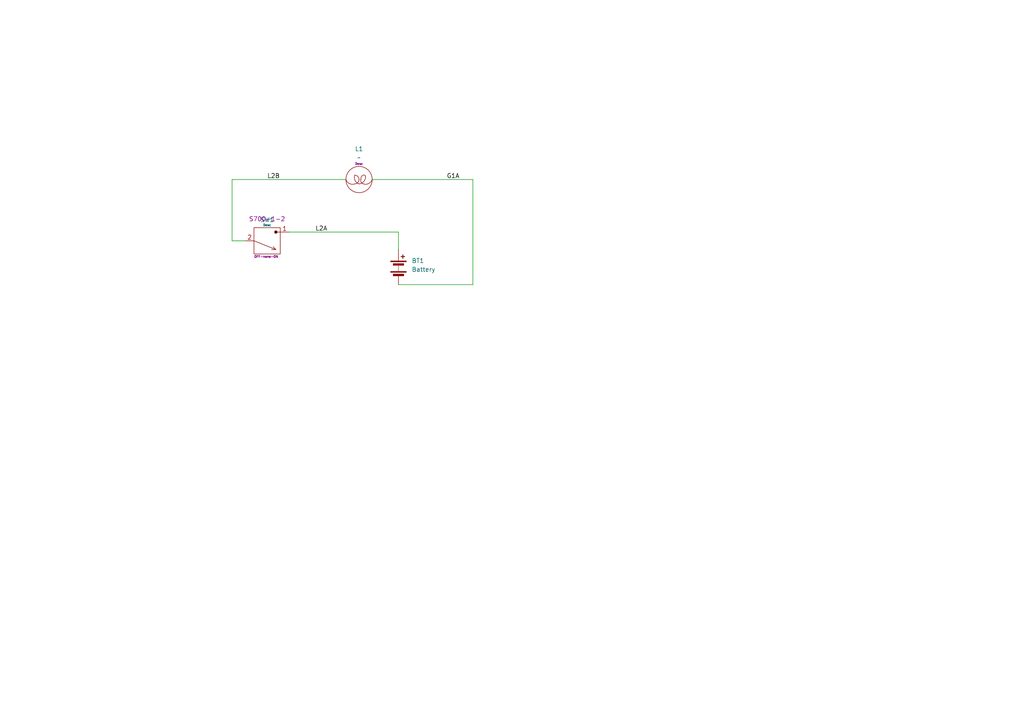
<source format=kicad_sch>
(kicad_sch
	(version 20250114)
	(generator "eeschema")
	(generator_version "9.0")
	(uuid "900d9330-22e3-4c4d-b5dd-627562d491cb")
	(paper "A4")
	(lib_symbols
		(symbol "AeroElectricConnectionSymbols:Lamp"
			(pin_numbers
				(hide yes)
			)
			(pin_names
				(hide yes)
			)
			(exclude_from_sim no)
			(in_bom yes)
			(on_board yes)
			(property "Reference" "L"
				(at 0 6.096 0)
				(effects
					(font
						(size 1.27 1.27)
					)
				)
			)
			(property "Value" ""
				(at 0 0 90)
				(effects
					(font
						(size 1.27 1.27)
					)
				)
			)
			(property "Footprint" ""
				(at 0 0 90)
				(effects
					(font
						(size 1.27 1.27)
					)
					(hide yes)
				)
			)
			(property "Datasheet" ""
				(at 0 0 90)
				(effects
					(font
						(size 1.27 1.27)
					)
					(hide yes)
				)
			)
			(property "Description" "Desc"
				(at 0 4.572 0)
				(do_not_autoplace)
				(effects
					(font
						(size 0.635 0.635)
					)
				)
			)
			(symbol "Lamp_0_1"
				(arc
					(start -1.27 -1.27)
					(mid -2.803 -1.1611)
					(end -3.81 0)
					(stroke
						(width 0)
						(type default)
					)
					(fill
						(type none)
					)
				)
				(arc
					(start 0 0)
					(mid -0.372 -0.898)
					(end -1.27 -1.27)
					(stroke
						(width 0)
						(type default)
					)
					(fill
						(type none)
					)
				)
				(arc
					(start -1.27 1.27)
					(mid -0.372 0.898)
					(end 0 0)
					(stroke
						(width 0)
						(type default)
					)
					(fill
						(type none)
					)
				)
				(arc
					(start 1.8758 0.9538)
					(mid 1.3985 -0.5466)
					(end 0 -1.27)
					(stroke
						(width 0)
						(type default)
					)
					(fill
						(type none)
					)
				)
				(circle
					(center 0 0)
					(radius 3.81)
					(stroke
						(width 0)
						(type default)
					)
					(fill
						(type none)
					)
				)
				(arc
					(start 0 -1.27)
					(mid -1.1611 -0.263)
					(end -1.27 1.27)
					(stroke
						(width 0)
						(type default)
					)
					(fill
						(type none)
					)
				)
				(arc
					(start 1.3671 1.3353)
					(mid 1.6919 1.2279)
					(end 1.844 0.922)
					(stroke
						(width 0)
						(type default)
					)
					(fill
						(type none)
					)
				)
				(arc
					(start 0.5722 0.1271)
					(mid 0.6847 0.8428)
					(end 1.27 1.27)
					(stroke
						(width 0)
						(type default)
					)
					(fill
						(type none)
					)
				)
				(arc
					(start 1.27 -1.27)
					(mid 0.6002 -0.7291)
					(end 0.5086 0.1271)
					(stroke
						(width 0)
						(type default)
					)
					(fill
						(type none)
					)
				)
				(arc
					(start 3.81 0)
					(mid 2.803 -1.1611)
					(end 1.27 -1.27)
					(stroke
						(width 0)
						(type default)
					)
					(fill
						(type none)
					)
				)
			)
			(symbol "Lamp_1_1"
				(pin passive line
					(at -3.81 0 0)
					(length 0)
					(name "In"
						(effects
							(font
								(size 1.27 1.27)
							)
						)
					)
					(number "1"
						(effects
							(font
								(size 1.27 1.27)
							)
						)
					)
				)
				(pin passive line
					(at 3.81 0 180)
					(length 0)
					(name "Out"
						(effects
							(font
								(size 1.27 1.27)
							)
						)
					)
					(number "2"
						(effects
							(font
								(size 1.27 1.27)
							)
						)
					)
				)
			)
			(embedded_fonts no)
		)
		(symbol "AeroElectricConnectionSymbols:S700-1-2"
			(pin_names
				(hide yes)
			)
			(exclude_from_sim no)
			(in_bom yes)
			(on_board yes)
			(property "Reference" "SW"
				(at 0 6.096 0)
				(do_not_autoplace)
				(effects
					(font
						(size 1.27 1.27)
					)
				)
			)
			(property "Value" "Desc"
				(at 0 4.572 0)
				(do_not_autoplace)
				(effects
					(font
						(size 0.635 0.635)
					)
				)
			)
			(property "Footprint" ""
				(at 0 3.048 0)
				(effects
					(font
						(size 1.27 1.27)
					)
					(hide yes)
				)
			)
			(property "Datasheet" "S700-1-2"
				(at -0.254 -7.366 0)
				(effects
					(font
						(size 1.27 1.27)
					)
				)
			)
			(property "Description" "OFF-none-ON"
				(at -0.254 -4.572 0)
				(do_not_autoplace)
				(effects
					(font
						(size 0.635 0.635)
					)
				)
			)
			(symbol "S700-1-2_0_1"
				(rectangle
					(start -3.81 3.81)
					(end 3.81 -3.81)
					(stroke
						(width 0)
						(type default)
					)
					(fill
						(type none)
					)
				)
				(polyline
					(pts
						(xy -3.81 0) (xy 2.54 -2.54) (xy 1.7627 -1.6939)
					)
					(stroke
						(width 0)
						(type default)
					)
					(fill
						(type none)
					)
				)
				(circle
					(center 2.54 2.54)
					(radius 0.381)
					(stroke
						(width 0)
						(type default)
					)
					(fill
						(type color)
						(color 0 0 0 1)
					)
				)
				(polyline
					(pts
						(xy 2.54 -2.54) (xy 1.27 -2.54)
					)
					(stroke
						(width 0)
						(type default)
					)
					(fill
						(type none)
					)
				)
				(polyline
					(pts
						(xy 3.81 2.54) (xy 2.54 2.54)
					)
					(stroke
						(width 0)
						(type default)
					)
					(fill
						(type none)
					)
				)
			)
			(symbol "S700-1-2_1_1"
				(pin passive line
					(at -6.35 0 0)
					(length 2.54)
					(name "IN"
						(effects
							(font
								(size 1.27 1.27)
							)
						)
					)
					(number "2"
						(effects
							(font
								(size 1.27 1.27)
							)
						)
					)
				)
				(pin passive line
					(at 6.35 2.54 180)
					(length 2.54)
					(name "ON"
						(effects
							(font
								(size 1.27 1.27)
							)
						)
					)
					(number "1"
						(effects
							(font
								(size 1.27 1.27)
							)
						)
					)
				)
			)
			(embedded_fonts no)
		)
		(symbol "Device:Battery"
			(pin_numbers
				(hide yes)
			)
			(pin_names
				(offset 0)
				(hide yes)
			)
			(exclude_from_sim no)
			(in_bom yes)
			(on_board yes)
			(property "Reference" "BT"
				(at 2.54 2.54 0)
				(effects
					(font
						(size 1.27 1.27)
					)
					(justify left)
				)
			)
			(property "Value" "Battery"
				(at 2.54 0 0)
				(effects
					(font
						(size 1.27 1.27)
					)
					(justify left)
				)
			)
			(property "Footprint" ""
				(at 0 1.524 90)
				(effects
					(font
						(size 1.27 1.27)
					)
					(hide yes)
				)
			)
			(property "Datasheet" "~"
				(at 0 1.524 90)
				(effects
					(font
						(size 1.27 1.27)
					)
					(hide yes)
				)
			)
			(property "Description" "Multiple-cell battery"
				(at 0 0 0)
				(effects
					(font
						(size 1.27 1.27)
					)
					(hide yes)
				)
			)
			(property "ki_keywords" "batt voltage-source cell"
				(at 0 0 0)
				(effects
					(font
						(size 1.27 1.27)
					)
					(hide yes)
				)
			)
			(symbol "Battery_0_1"
				(rectangle
					(start -2.286 1.778)
					(end 2.286 1.524)
					(stroke
						(width 0)
						(type default)
					)
					(fill
						(type outline)
					)
				)
				(rectangle
					(start -2.286 -1.27)
					(end 2.286 -1.524)
					(stroke
						(width 0)
						(type default)
					)
					(fill
						(type outline)
					)
				)
				(rectangle
					(start -1.524 1.016)
					(end 1.524 0.508)
					(stroke
						(width 0)
						(type default)
					)
					(fill
						(type outline)
					)
				)
				(rectangle
					(start -1.524 -2.032)
					(end 1.524 -2.54)
					(stroke
						(width 0)
						(type default)
					)
					(fill
						(type outline)
					)
				)
				(polyline
					(pts
						(xy 0 1.778) (xy 0 2.54)
					)
					(stroke
						(width 0)
						(type default)
					)
					(fill
						(type none)
					)
				)
				(polyline
					(pts
						(xy 0 0) (xy 0 0.254)
					)
					(stroke
						(width 0)
						(type default)
					)
					(fill
						(type none)
					)
				)
				(polyline
					(pts
						(xy 0 -0.508) (xy 0 -0.254)
					)
					(stroke
						(width 0)
						(type default)
					)
					(fill
						(type none)
					)
				)
				(polyline
					(pts
						(xy 0 -1.016) (xy 0 -0.762)
					)
					(stroke
						(width 0)
						(type default)
					)
					(fill
						(type none)
					)
				)
				(polyline
					(pts
						(xy 0.762 3.048) (xy 1.778 3.048)
					)
					(stroke
						(width 0.254)
						(type default)
					)
					(fill
						(type none)
					)
				)
				(polyline
					(pts
						(xy 1.27 3.556) (xy 1.27 2.54)
					)
					(stroke
						(width 0.254)
						(type default)
					)
					(fill
						(type none)
					)
				)
			)
			(symbol "Battery_1_1"
				(pin passive line
					(at 0 5.08 270)
					(length 2.54)
					(name "+"
						(effects
							(font
								(size 1.27 1.27)
							)
						)
					)
					(number "1"
						(effects
							(font
								(size 1.27 1.27)
							)
						)
					)
				)
				(pin passive line
					(at 0 -5.08 90)
					(length 2.54)
					(name "-"
						(effects
							(font
								(size 1.27 1.27)
							)
						)
					)
					(number "2"
						(effects
							(font
								(size 1.27 1.27)
							)
						)
					)
				)
			)
			(embedded_fonts no)
		)
	)
	(wire
		(pts
			(xy 115.57 72.39) (xy 115.57 67.31)
		)
		(stroke
			(width 0)
			(type default)
		)
		(uuid "07833f5b-f187-413a-a612-0a464ed52b0d")
	)
	(wire
		(pts
			(xy 137.16 82.55) (xy 115.57 82.55)
		)
		(stroke
			(width 0)
			(type default)
		)
		(uuid "3dbc72fd-079b-4666-875a-df8cf1c272ac")
	)
	(wire
		(pts
			(xy 71.12 69.85) (xy 67.31 69.85)
		)
		(stroke
			(width 0)
			(type default)
		)
		(uuid "55f9e139-a079-4b63-a66a-21f6b63a9962")
	)
	(wire
		(pts
			(xy 67.31 69.85) (xy 67.31 52.07)
		)
		(stroke
			(width 0)
			(type default)
		)
		(uuid "6f7f567f-4b16-498f-b1bd-fcf6767c6b6f")
	)
	(wire
		(pts
			(xy 137.16 52.07) (xy 137.16 82.55)
		)
		(stroke
			(width 0)
			(type default)
		)
		(uuid "909f67ab-c2d2-431c-94e4-af625c4104ee")
	)
	(wire
		(pts
			(xy 67.31 52.07) (xy 100.33 52.07)
		)
		(stroke
			(width 0)
			(type default)
		)
		(uuid "b12c6c37-e73c-44be-8f18-2550f40d27ce")
	)
	(wire
		(pts
			(xy 115.57 67.31) (xy 83.82 67.31)
		)
		(stroke
			(width 0)
			(type default)
		)
		(uuid "cd763291-beab-4851-b7dd-42f08b478eaf")
	)
	(wire
		(pts
			(xy 107.95 52.07) (xy 137.16 52.07)
		)
		(stroke
			(width 0)
			(type default)
		)
		(uuid "f061d4a4-a4e9-45c7-9b6f-4bf38447c43b")
	)
	(label "L2B"
		(at 77.47 52.07 0)
		(effects
			(font
				(size 1.27 1.27)
			)
			(justify left bottom)
		)
		(uuid "5475dfb9-80fa-490b-bdd5-32d6cbada477")
	)
	(label "L2A"
		(at 91.44 67.31 0)
		(effects
			(font
				(size 1.27 1.27)
			)
			(justify left bottom)
		)
		(uuid "69e42013-cfc1-4ba9-bea8-dbcc7f30d8b8")
	)
	(label "G1A"
		(at 129.54 52.07 0)
		(effects
			(font
				(size 1.27 1.27)
			)
			(justify left bottom)
		)
		(uuid "e7a1647a-7907-4120-828f-9bad576d53eb")
	)
	(symbol
		(lib_id "Device:Battery")
		(at 115.57 77.47 0)
		(unit 1)
		(exclude_from_sim no)
		(in_bom yes)
		(on_board yes)
		(dnp no)
		(fields_autoplaced yes)
		(uuid "05602a46-5e96-4926-9f27-8e5445f92d70")
		(property "Reference" "BT1"
			(at 119.38 75.6284 0)
			(effects
				(font
					(size 1.27 1.27)
				)
				(justify left)
			)
		)
		(property "Value" "Battery"
			(at 119.38 78.1684 0)
			(effects
				(font
					(size 1.27 1.27)
				)
				(justify left)
			)
		)
		(property "Footprint" "|(10,0,0)S40"
			(at 115.57 75.946 90)
			(effects
				(font
					(size 1.27 1.27)
				)
				(hide yes)
			)
		)
		(property "Datasheet" "~"
			(at 115.57 75.946 90)
			(effects
				(font
					(size 1.27 1.27)
				)
				(hide yes)
			)
		)
		(property "Description" "Multiple-cell battery"
			(at 115.57 77.47 0)
			(effects
				(font
					(size 1.27 1.27)
				)
				(hide yes)
			)
		)
		(pin "1"
			(uuid "fd110dd3-ba4e-4218-b0de-cb89a39520bb")
		)
		(pin "2"
			(uuid "c43e2ed8-374f-4538-aa17-1046b7c339c1")
		)
		(instances
			(project ""
				(path "/900d9330-22e3-4c4d-b5dd-627562d491cb"
					(reference "BT1")
					(unit 1)
				)
			)
		)
	)
	(symbol
		(lib_id "AeroElectricConnectionSymbols:S700-1-2")
		(at 77.47 69.85 0)
		(unit 1)
		(exclude_from_sim no)
		(in_bom yes)
		(on_board yes)
		(dnp no)
		(fields_autoplaced yes)
		(uuid "3e027eaf-8790-4683-ad9f-68a9aa19d31e")
		(property "Reference" "SW1"
			(at 77.47 63.754 0)
			(do_not_autoplace yes)
			(effects
				(font
					(size 1.27 1.27)
				)
			)
		)
		(property "Value" "Desc"
			(at 77.47 65.278 0)
			(do_not_autoplace yes)
			(effects
				(font
					(size 0.635 0.635)
				)
			)
		)
		(property "Footprint" "|(0,0,0)r20"
			(at 77.47 66.802 0)
			(effects
				(font
					(size 1.27 1.27)
				)
				(hide yes)
			)
		)
		(property "Datasheet" "S700-1-2"
			(at 77.47 63.5 0)
			(effects
				(font
					(size 1.27 1.27)
				)
			)
		)
		(property "Description" "OFF-none-ON"
			(at 77.216 74.422 0)
			(do_not_autoplace yes)
			(effects
				(font
					(size 0.635 0.635)
				)
			)
		)
		(pin "2"
			(uuid "6dc6e4f2-de60-4472-9a92-f8044b6ec00e")
		)
		(pin "1"
			(uuid "a1329cf4-ac22-47af-93c4-4942875e7d9d")
		)
		(instances
			(project ""
				(path "/900d9330-22e3-4c4d-b5dd-627562d491cb"
					(reference "SW1")
					(unit 1)
				)
			)
		)
	)
	(symbol
		(lib_id "AeroElectricConnectionSymbols:Lamp")
		(at 104.14 52.07 0)
		(unit 1)
		(exclude_from_sim no)
		(in_bom yes)
		(on_board yes)
		(dnp no)
		(fields_autoplaced yes)
		(uuid "6b88c9f6-e8fb-42d5-b749-c62839168714")
		(property "Reference" "L1"
			(at 104.14 43.18 0)
			(effects
				(font
					(size 1.27 1.27)
				)
			)
		)
		(property "Value" "~"
			(at 104.14 45.72 0)
			(effects
				(font
					(size 1.27 1.27)
				)
			)
		)
		(property "Footprint" "|(0,10,0)L2.1"
			(at 104.14 52.07 90)
			(effects
				(font
					(size 1.27 1.27)
				)
				(hide yes)
			)
		)
		(property "Datasheet" ""
			(at 104.14 52.07 90)
			(effects
				(font
					(size 1.27 1.27)
				)
				(hide yes)
			)
		)
		(property "Description" "Desc"
			(at 104.14 47.498 0)
			(do_not_autoplace yes)
			(effects
				(font
					(size 0.635 0.635)
				)
			)
		)
		(pin "1"
			(uuid "bdc5f20d-d1fd-4a64-abd9-cc4c6b16d57c")
		)
		(pin "2"
			(uuid "a8643a25-d68e-4206-96b2-1e7c03494564")
		)
		(instances
			(project ""
				(path "/900d9330-22e3-4c4d-b5dd-627562d491cb"
					(reference "L1")
					(unit 1)
				)
			)
		)
	)
	(sheet_instances
		(path "/"
			(page "1")
		)
	)
	(embedded_fonts no)
)

</source>
